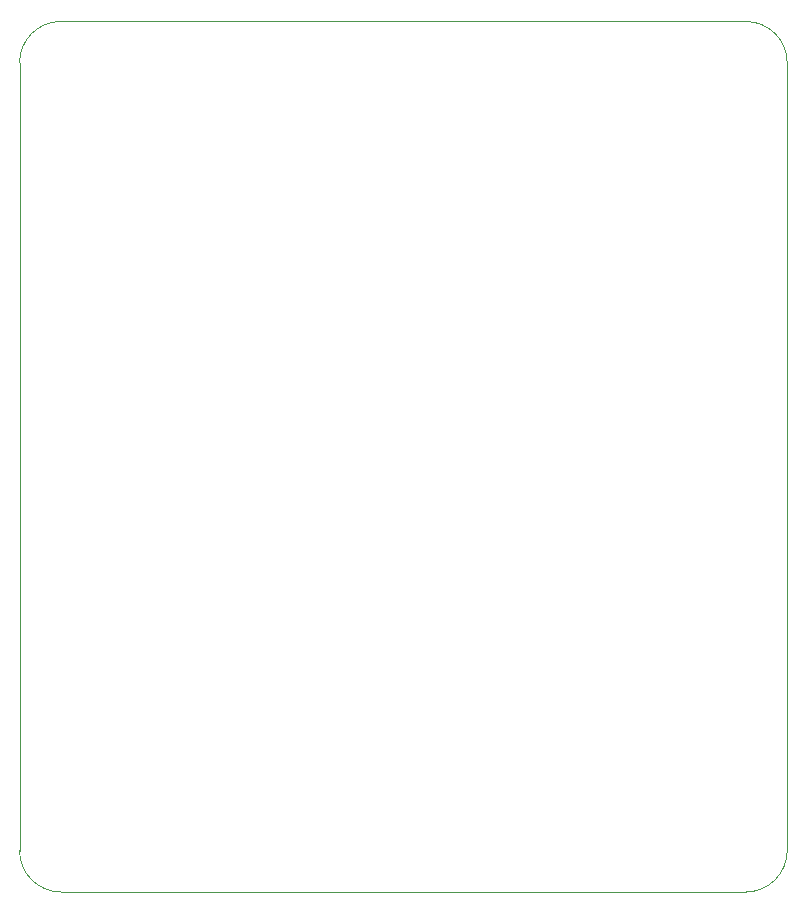
<source format=gbr>
%TF.GenerationSoftware,KiCad,Pcbnew,(5.1.6)-1*%
%TF.CreationDate,2020-06-27T22:48:14-05:00*%
%TF.ProjectId,rascsi_din,72617363-7369-45f6-9469-6e2e6b696361,rev?*%
%TF.SameCoordinates,Original*%
%TF.FileFunction,Legend,Bot*%
%TF.FilePolarity,Positive*%
%FSLAX46Y46*%
G04 Gerber Fmt 4.6, Leading zero omitted, Abs format (unit mm)*
G04 Created by KiCad (PCBNEW (5.1.6)-1) date 2020-06-27 22:48:14*
%MOMM*%
%LPD*%
G01*
G04 APERTURE LIST*
%TA.AperFunction,Profile*%
%ADD10C,0.050000*%
%TD*%
G04 APERTURE END LIST*
D10*
X178000000Y-116200000D02*
X236000000Y-116200000D01*
X178000000Y-116200000D02*
G75*
G02*
X174500000Y-112700000I0J3500000D01*
G01*
X239500000Y-112700000D02*
G75*
G02*
X236000000Y-116200000I-3500000J0D01*
G01*
X174500000Y-46000000D02*
X174500000Y-112700000D01*
X239500000Y-46000000D02*
X239500000Y-112700000D01*
X178000000Y-42500000D02*
X236000000Y-42500000D01*
X174500000Y-46000000D02*
G75*
G02*
X178000000Y-42500000I3500000J0D01*
G01*
X236000000Y-42500000D02*
G75*
G02*
X239500000Y-46000000I0J-3500000D01*
G01*
M02*

</source>
